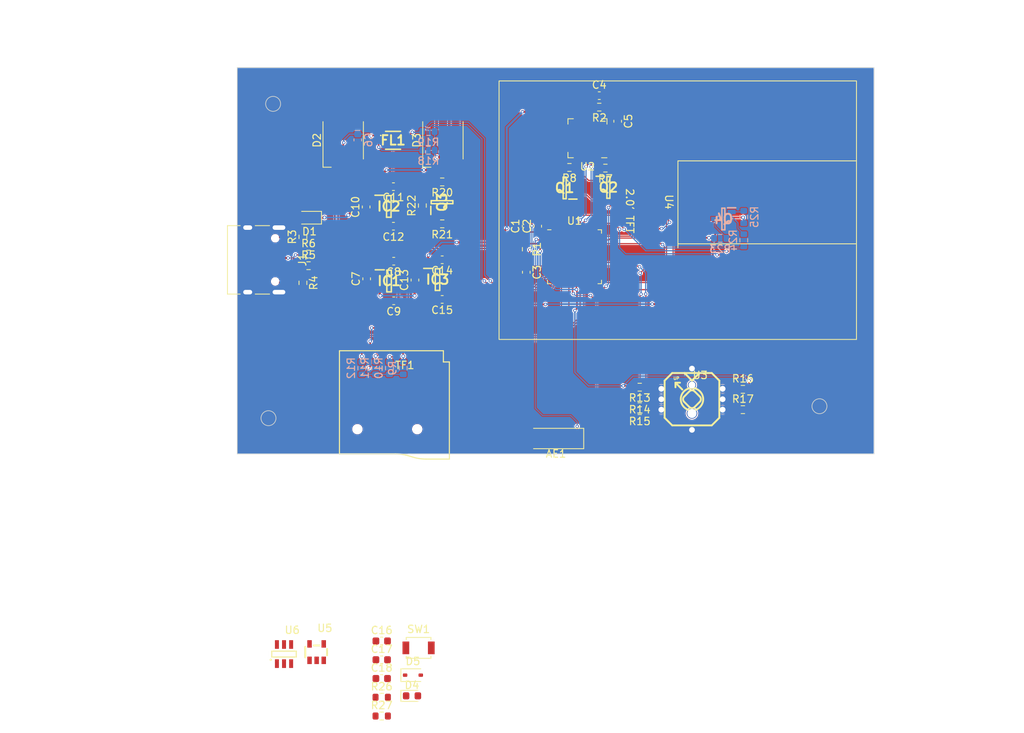
<source format=kicad_pcb>
(kicad_pcb (version 20221018) (generator pcbnew)
  (layers (0 "F.Cu" signal) (31 "B.Cu" signal) (34 "B.Paste" user) (35 "F.Paste" user) (36 "B.SilkS" user "B.Silkscreen") (37 "F.SilkS" user "F.Silkscreen") (38 "B.Mask" user) (39 "F.Mask" user) (44 "Edge.Cuts" user))
  (net 0 "")
  (net 1 "+5V")
  (net 2 "Net-(D1-A)")
  (net 3 "Net-(Q1-B)")
  (net 4 "/RTS")
  (net 5 "/EN")
  (net 6 "Net-(Q2-B)")
  (net 7 "/DTR")
  (net 10 "/LCD_VCC")
  (net 11 "Net-(IC3-BYPASS)")
  (net 14 "/GPIO_0")
  (net 16 "Net-(Q4-B)")
  (net 18 "Net-(Q4-C)")
  (net 19 "Net-(J1-CC1)")
  (net 20 "Net-(J1-CC2)")
  (net 22 "/SD_CS")
  (net 28 "+3.3V")
  (net 31 "/SD_CLK")
  (net 32 "/SD_MISO")
  (net 33 "/SD_MOSI")
  (net 34 "Net-(AE1-A)")
  (net 35 "/SENSOR_VP")
  (net 36 "/SENSOR_CAPP")
  (net 37 "/SENSOR_CAPN")
  (net 38 "/SENSOR_VM")
  (net 39 "Net-(J1-D--PadA7)")
  (net 40 "/U0RXD")
  (net 41 "/U0TXD")
  (net 44 "GND")
  (net 45 "/USB_DP")
  (net 46 "/USB_DN")
  (net 48 "Net-(U2-~{RST})")
  (net 64 "/SENSOR_SCL")
  (net 66 "/SENSOR_INT")
  (net 67 "/SENSOR_SDA")
  (net 68 "Net-(Q3-B)")
  (net 69 "Net-(Q3-C)")
  (net 70 "/FLASH_CS")
  (net 71 "/FLASH_SD0")
  (net 72 "/FLASH_SD2")
  (net 73 "/FLASH_CLK")
  (net 74 "/FLASH_SD3")
  (net 75 "/FLASH_SD1")
  (net 76 "/KEY_E")
  (net 77 "/KEY_L")
  (net 78 "/KEY_D")
  (net 79 "/KEY_U")
  (net 80 "/KEY_R")
  (net 81 "Net-(IC1-BYPASS)")
  (net 82 "Net-(IC2-BYPASS)")
  (net 83 "Net-(J1-D+-PadA6)")
  (net 84 "Net-(D2-K)")
  (net 85 "/SENSOR_LED")
  (net 86 "Net-(U4-LED_K)")
  (net 87 "/LCD_BLK")
  (net 88 "/LCD_DC")
  (net 89 "/LCD_RES")
  (net 90 "/LCD_CLK")
  (net 91 "/LCD_MOSI")
  (net 92 "/LCD_TE")
  (net 95 "/SENSOR_VCC")
  (net 96 "/BAT_OUT")
  (net 97 "/BAT+")
  (net 98 "Net-(D4-K)")
  (net 99 "Net-(D4-A)")
  (net 100 "Net-(D5-A)")
  (net 101 "Net-(U5-PROG)")
  (footprint "Capacitor_SMD:C_0603_1608Metric" (layer "F.Cu") (at 124.46 42.3 180)
    (fp_text reference "C11")
    (fp_text value "1uF")
  )
  (footprint "Resistor_SMD:R_0603_1608Metric" (layer "F.Cu") (at 157.4 69.14 180)
    (fp_text reference "R13")
    (fp_text value "10K")
  )
  (footprint "Resistor_SMD:R_0603_1608Metric" (layer "F.Cu") (at 130.985 47.28 180)
    (fp_text reference "R21")
    (fp_text value "1K")
  )
  (footprint "Resistor_SMD:R_0603_1608Metric" (layer "F.Cu") (at 171.2 69.43)
    (fp_text reference "R16")
    (fp_text value "10K")
  )
  (footprint "Library:SOT95P240X115-3N" (layer "F.Cu") (at 130.96 44.38 90)
    (fp_text reference "Q3")
    (fp_text value "S8050" hide)
  )
  (footprint "Resistor_SMD:R_0603_1608Metric" (layer "F.Cu") (at 113.105 51.33)
    (fp_text reference "R6")
    (fp_text value "22R")
  )
  (footprint "Capacitor_SMD:C_0603_1608Metric" (layer "F.Cu") (at 143.76 47.595 90)
    (fp_text reference "C2")
    (fp_text value "10uF")
  )
  (footprint "Capacitor_SMD:C_0603_1608Metric" (layer "F.Cu") (at 154.45 33.545 -90)
    (fp_text reference "C5")
    (fp_text value "0.1uF")
  )
  (footprint "Capacitor_SMD:C_0603_1608Metric" (layer "F.Cu") (at 130.98 57.39 180)
    (fp_text reference "C15")
    (fp_text value "0.01uF")
  )
  (footprint "Capacitor_SMD:C_0603_1608Metric" (layer "F.Cu") (at 151.99 30.12)
    (fp_text reference "C4")
    (fp_text value "0.1uF")
  )
  (footprint "Capacitor_SMD:C_0603_1608Metric" (layer "F.Cu") (at 120.88 54.64 90)
    (fp_text reference "C7")
    (fp_text value "1uF")
  )
  (footprint "Resistor_SMD:R_0603_1608Metric" (layer "F.Cu") (at 171.2 72.15)
    (fp_text reference "R17")
    (fp_text value "10K")
  )
  (footprint "Diode_SMD:D_SOD-323" (layer "F.Cu") (at 127.0675 107.68)
    (fp_text reference "D5")
    (fp_text value "1N5819WS")
  )
  (footprint "Capacitor_SMD:C_0603_1608Metric" (layer "F.Cu") (at 124.46 47.6 180)
    (fp_text reference "C12")
    (fp_text value "0.01uF")
  )
  (footprint "Diode_SMD:D_SOD-323" (layer "F.Cu") (at 113.23 46.46 180)
    (fp_text reference "D1")
    (fp_text value "1N4148WS")
  )
  (footprint "MyLib:ZJY200K-IF05" (layer "F.Cu") (at 160.89 45.45 -90)
    (fp_text reference "U4")
    (fp_text value "~")
  )
  (footprint "Resistor_SMD:R_0603_1608Metric" (layer "F.Cu") (at 152.81 39.82 180)
    (fp_text reference "R7")
    (fp_text value "12K")
  )
  (footprint "Resistor_SMD:R_0603_1608Metric" (layer "F.Cu") (at 122.8925 110.64)
    (fp_text reference "R26")
    (fp_text value "10K")
  )
  (footprint "Library:TCS34725" (layer "F.Cu") (at 124.41 36.1)
    (fp_text reference "FL1")
    (fp_text value "TCS34725" hide)
  )
  (footprint "Resistor_SMD:R_0603_1608Metric" (layer "F.Cu") (at 128.33 44.83 90)
    (fp_text reference "R22")
    (fp_text value "10K")
  )
  (footprint "kicad_lceda:SOT-23-5_L2.9-W1.6-P0.95-LS2.8-BL" (layer "F.Cu") (at 114.19 104.6)
    (fp_text reference "U5")
    (fp_text value "TP4055-42-SOT25-R")
  )
  (footprint "Resistor_SMD:R_0603_1608Metric" (layer "F.Cu") (at 130.985 41.67 180)
    (fp_text reference "R20")
    (fp_text value "1K")
  )
  (footprint "Library:SOT95P280X145-5N" (layer "F.Cu") (at 123.88 54.93)
    (fp_text reference "IC1")
    (fp_text value "LP2992IM5-3.3" hide)
  )
  (footprint "RF_Antenna:Johanson_2450AT43F0100" (layer "F.Cu") (at 146.2 76.01 180)
    (fp_text reference "AE1")
    (fp_text value "Antenna_Shield")
  )
  (footprint "Capacitor_SMD:C_0603_1608Metric" (layer "F.Cu") (at 122.8925 105.62)
    (fp_text reference "C17")
    (fp_text value "1uF")
  )
  (footprint "Resistor_SMD:R_0603_1608Metric" (layer "F.Cu") (at 112.355 49.025 90)
    (fp_text reference "R3")
    (fp_text value "5K1")
  )
  (footprint "Capacitor_SMD:C_0603_1608Metric" (layer "F.Cu") (at 142.23 53.755 -90)
    (fp_text reference "C3")
    (fp_text value "0.1uF")
  )
  (footprint "Resistor_SMD:R_0603_1608Metric" (layer "F.Cu") (at 142.23 50.675 -90)
    (fp_text reference "R1")
    (fp_text value "10K")
  )
  (footprint "kicad_lceda:五向开关" (layer "F.Cu") (at 164.39 70.75)
    (fp_text reference "U3")
    (fp_text value "五向开关")
  )
  (footprint "LED_SMD:LED_RGB_5050-6" (layer "F.Cu") (at 117.74 36.1 90)
    (fp_text reference "D2")
    (fp_text value "LED")
  )
  (footprint "kicad_lceda:EC190707_STD" (layer "F.Cu") (at 109.827 104.86)
    (fp_text reference "U6")
    (fp_text value "EC190707")
  )
  (footprint "Capacitor_SMD:C_0603_1608Metric" (layer "F.Cu") (at 124.5 57.58 180)
    (fp_text reference "C9")
    (fp_text value "0.01uF")
  )
  (footprint "LED_SMD:LED_0603_1608Metric" (layer "F.Cu") (at 126.9425 110.45)
    (fp_text reference "D4")
    (fp_text value "LED")
  )
  (footprint "Resistor_SMD:R_0603_1608Metric" (layer "F.Cu") (at 157.4 72.28 180)
    (fp_text reference "R15")
    (fp_text value "10K")
  )
  (footprint "Resistor_SMD:R_0603_1608Metric" (layer "F.Cu") (at 122.8925 113.15)
    (fp_text reference "R27")
    (fp_text value "1.66K")
  )
  (footprint "Resistor_SMD:R_0603_1608Metric" (layer "F.Cu") (at 148 39.73 180)
    (fp_text reference "R8")
    (fp_text value "12K")
  )
  (footprint "kicad_lceda:TF卡槽" (layer "F.Cu") (at 124.5925 69.4125)
    (fp_text reference "TF1")
    (fp_text value "TF卡槽")
  )
  (footprint "Resistor_SMD:R_0603_1608Metric" (layer "F.Cu") (at 151.99 31.66 180)
    (fp_text reference "R2")
    (fp_text value "10K")
  )
  (footprint "Capacitor_SMD:C_0603_1608Metric" (layer "F.Cu") (at 124.5 52.28 180)
    (fp_text reference "C8")
    (fp_text value "1uF")
  )
  (footprint "LED_SMD:LED_RGB_5050-6" (layer "F.Cu") (at 131.08 36.1 90)
    (fp_text reference "D3")
    (fp_text value "LED")
  )
  (footprint "Capacitor_SMD:C_0603_1608Metric" (layer "F.Cu") (at 122.8925 103.11)
    (fp_text reference "C16")
    (fp_text value "10uF")
  )
  (footprint "Capacitor_SMD:C_0603_1608Metric" (layer "F.Cu") (at 127.34 54.8 90)
    (fp_text reference "C13")
    (fp_text value "1uF")
  )
  (footprint "Resistor_SMD:R_0603_1608Metric" (layer "F.Cu") (at 113.105 52.88)
    (fp_text reference "R5")
    (fp_text value "22R")
  )
  (footprint "Capacitor_SMD:C_0603_1608Metric" (layer "F.Cu") (at 120.81 45.02 90)
    (fp_text reference "C10")
    (fp_text value "1uF")
  )
  (footprint "Library:SOT95P280X145-5N" (layer "F.Cu") (at 130.36 54.74)
    (fp_text reference "IC3")
    (fp_text value "LP2992IM5-3.3" hide)
  )
  (footprint "Package_DFN_QFN:QFN-28-1EP_5x5mm_P0.5mm_EP3.35x3.35mm" (layer "F.Cu") (at 150.41 35.82 180)
    (fp_text reference "U2")
    (fp_text value "CP2102N-Axx-xQFN28")
  )
  (footprint "Library:SOT95P280X145-5N" (layer "F.Cu") (at 123.84 44.95)
    (fp_text reference "IC2")
    (fp_text value "LP2992IM5-3.3" hide)
  )
  (footprint "Capacitor_SMD:C_0603_1608Metric" (layer "F.Cu") (at 142.21 47.585 90)
    (fp_text reference "C1")
    (fp_text value "0.1uF")
  )
  (footprint "Library:SOT95P240X115-3N" (layer "F.Cu") (at 147.36 42.47 180)
    (fp_text reference "Q1")
    (fp_text value "S8050" hide)
  )
  (footprint "Button_Switch_SMD:SW_SPST_B3U-1000P" (layer "F.Cu") (at 127.8225 104.03)
    (fp_text reference "SW1")
    (fp_text value "Power")
  )
  (footprint "Connector_USB:USB_C_Receptacle_XKB_U262-16XN-4BVC11" (layer "F.Cu") (at 106.045 52.1 -90)
    (fp_text reference "J1")
    (fp_text value "USB_C_Receptacle")
  )
  (footprint "Package_DFN_QFN:QFN-48-1EP_7x7mm_P0.5mm_EP5.3x5.3mm" (layer "F.Cu") (at 148.68 51.68)
    (fp_text reference "U1")
    (fp_text value "ESP32-PICO-D4")
  )
  (footprint "Resistor_SMD:R_0603_1608Metric" (layer "F.Cu") (at 112.355 55.175 -90)
    (fp_text reference "R4")
    (fp_text value "5K1")
  )
  (footprint "Capacitor_SMD:C_0603_1608Metric" (layer "F.Cu") (at 122.8925 108.13)
    (fp_text reference "C18")
    (fp_text value "10uF")
  )
  (footprint "Library:SOT95P240X115-3N" (layer "F.Cu") (at 153.21 42.41)
    (fp_text reference "Q2")
    (fp_text value "S8050" hide)
  )
  (footprint "Resistor_SMD:R_0603_1608Metric" (layer "F.Cu") (at 157.4 70.71 180)
    (fp_text reference "R14")
    (fp_text value "10K")
  )
  (footprint "Capacitor_SMD:C_0603_1608Metric" (layer "F.Cu") (at 130.98 52.09 180)
    (fp_text reference "C14")
    (fp_text value "1uF")
  )
  (footprint "Resistor_SMD:R_0603_1608Metric" (layer "B.Cu") (at 129.14 37.43)
    (fp_text reference "R18")
    (fp_text value "4K7")
  )
  (footprint "Resistor_SMD:R_0603_1608Metric" (layer "B.Cu") (at 129.14 34.92)
    (fp_text reference "R19")
    (fp_text value "4K7")
  )
  (footprint "Resistor_SMD:R_0603_1608Metric" (layer "B.Cu") (at 123.923332 66.585 -90)
    (fp_text reference "R10")
    (fp_text value "10K")
  )
  (footprint "Library:SOT95P240X115-3N" (layer "B.Cu") (at 168.59 46.63 180)
    (fp_text reference "Q4")
    (fp_text value "S8050" hide)
  )
  (footprint "Resistor_SMD:R_0603_1608Metric" (layer "B.Cu") (at 171.32 49.48 -90)
    (fp_text reference "R24")
    (fp_text value "10K")
  )
  (footprint "Resistor_SMD:R_0603_1608Metric" (layer "B.Cu") (at 122.076666 66.575 -90)
    (fp_text reference "R11")
    (fp_text value "10K")
  )
  (footprint "Resistor_SMD:R_0603_1608Metric" (layer "B.Cu") (at 171.32 46.36 90)
    (fp_text reference "R25")
    (fp_text value "10K")
  )
  (footprint "Capacitor_SMD:C_0603_1608Metric" (layer "B.Cu") (at 119.69 36.045 90)
    (fp_text reference "C6")
    (fp_text value "0.1uF")
  )
  (footprint "Resistor_SMD:R_0603_1608Metric" (layer "B.Cu") (at 168.17 49.22)
    (fp_text reference "R23")
    (fp_text value "10R")
  )
  (footprint "Resistor_SMD:R_0603_1608Metric" (layer "B.Cu") (at 120.23 66.59 -90)
    (fp_text reference "R12")
    (fp_text value "10K")
  )
  (footprint "Resistor_SMD:R_0603_1608Metric" (layer "B.Cu") (at 125.77 66.585 -90)
    (fp_text reference "R9")
    (fp_text value "10K")
  )
  (gr_circle (center 181.44 71.69) (end 182.44 71.69) (stroke (width 0.1)) (fill none) (layer "Edge.Cuts"))
  (gr_circle (center 107.75 73.29) (end 108.75 73.29) (stroke (width 0.1)) (fill none) (layer "Edge.Cuts"))
  (gr_circle (center 108.37 31.22) (end 109.37 31.22) (stroke (width 0.1)) (fill none) (layer "Edge.Cuts"))
  (gr_rect (start 103.57 26.37) (end 188.74 78.07) (stroke (width 0.1)) (fill none) (layer "Edge.Cuts"))
  (segment (start 123.04 44) (end 123.44 44.4) (width 0.3) (layer "F.Cu") (net 1))
  (segment (start 120.81 47.25) (end 119.35 48.71) (width 0.3) (layer "F.Cu") (net 1))
  (segment (start 119.35 54.66) (end 120.105 55.415) (width 0.3) (layer "F.Cu") (net 1))
  (segment (start 121.345 55.88) (end 122.63 55.88) (width 0.3) (layer "F.Cu") (net 1))
  (segment (start 129.11 51.54) (end 129.16 51.49) (width 0.3) (layer "F.Cu") (net 1))
  (segment (start 123.48 54.38) (end 123.48 55.48) (width 0.3) (layer "F.Cu") (net 1))
  (segment (start 123.08 53.98) (end 123.48 54.38) (width 0.3) (layer "F.Cu") (net 1))
  (segment (start 127.29 56.9) (end 127.29 55.625) (width 0.3) (layer "F.Cu") (net 1))
  (segment (start 120.105 55.415) (end 120.88 55.415) (width 0.3) (layer "F.Cu") (net 1))
  (segment (start 150.065 30.845) (end 152.72 30.845) (width 0.3) (layer "F.Cu") (net 1))
  (segment (start 137.75 49.77) (end 139.62 47.9) (width 0.3) (layer "F.Cu") (net 1))
  (segment (start 127.455 55.69) (end 127.34 55.575) (width 0.3) (layer "F.Cu") (net 1))
  (segment (start 123.44 44.4) (end 123.44 45.5) (width 0.3) (layer "F.Cu") (net 1))
  (segment (start 141.72 32.28) (end 148.63 32.28) (width 0.3) (layer "F.Cu") (net 1))
  (segment (start 123.08 55.88) (end 122.63 55.88) (width 0.3) (layer "F.Cu") (net 1))
  (segment (start 152.765 30.12) (end 152.765 30.89) (width 0.15) (layer "F.Cu") (net 1))
  (segment (start 148.63 32.28) (end 150.065 30.845) (width 0.3) (layer "F.Cu") (net 1))
  (segment (start 119.35 48.71) (end 119.35 54.66) (width 0.3) (layer "F.Cu") (net 1))
  (segment (start 152.815 31.785) (end 151.91 32.69) (width 0.15) (layer "F.Cu") (net 1))
  (segment (start 129.56 53.79) (end 129.96 54.19) (width 0.3) (layer "F.Cu") (net 1))
  (segment (start 127.29 55.625) (end 127.34 55.575) (width 0.3) (layer "F.Cu") (net 1))
  (segment (start 152.86 34.32) (end 154.45 34.32) (width 0.15) (layer "F.Cu") (net 1))
  (segment (start 152.815 32.685) (end 154.45 34.32) (width 0.15) (layer "F.Cu") (net 1))
  (segment (start 123.44 45.5) (end 123.04 45.9) (width 0.3) (layer "F.Cu") (net 1))
  (segment (start 129.96 54.19) (end 129.96 55.29) (width 0.3) (layer "F.Cu") (net 1))
  (segment (start 120.81 45.795) (end 120.81 47.25) (width 0.3) (layer "F.Cu") (net 1))
  (segment (start 120.685 45.81) (end 120.69 45.805) (width 0.3) (layer "F.Cu") (net 1))
  (segment (start 120.32 45.81) (end 120.685 45.81) (width 0.3) (layer "F.Cu") (net 1))
  (segment (start 118.72 45.81) (end 120.32 45.81) (width 0.3) (layer "F.Cu") (net 1))
  (segment (start 129.11 53.79) (end 129.56 53.79) (width 0.3) (layer "F.Cu") (net 1))
  (segment (start 122.485 45.795) (end 122.59 45.9) (width 0.3) (layer "F.Cu") (net 1))
  (segment (start 151.91 32.69) (end 151.91 33.37) (width 0.15) (layer "F.Cu") (net 1))
  (segment (start 123.48 55.48) (end 123.08 55.88) (width 0.3) (layer "F.Cu") (net 1))
  (segment (start 122.59 44) (end 123.04 44) (width 0.3) (layer "F.Cu") (net 1))
  (segment (start 120.32 45.81) (end 120.795 45.81) (width 0.3) (layer "F.Cu") (net 1))
  (segment (start 122.63 55.88) (end 122.63 56.8) (width 0.3) (layer "F.Cu") (net 1))
  (segment (start 122.63 56.8) (end 122.72 56.89) (width 0.3) (layer "F.Cu") (net 1))
  (segment (start 152.815 31.66) (end 152.815 32.685) (width 0.15) (layer "F.Cu") (net 1))
  (segment (start 152.765 30.89) (end 152.765 31.61) (width 0.15) (layer "F.Cu") (net 1))
  (segment (start 120.88 55.415) (end 121.345 55.88) (width 0.3) (layer "F.Cu") (net 1))
  (segment (start 132.92 49.77) (end 137.75 49.77) (width 0.3) (layer "F.Cu") (net 1))
  (segment (start 152.72 30.845) (end 152.765 30.89) (width 0.3) (layer "F.Cu") (net 1))
  (segment (start 120.81 45.795) (end 122.485 45.795) (width 0.3) (layer "F.Cu") (net 1))
  (segment (start 123.04 45.9) (end 122.59 45.9) (width 0.3) (layer "F.Cu") (net 1))
  (segment (start 120.795 45.81) (end 120.81 45.795) (width 0.3) (layer "F.Cu") (net 1))
  (segment (start 129.56 55.69) (end 129.11 55.69) (width 0.3) (layer "F.Cu") (net 1))
  (segment (start 129.11 55.69) (end 127.455 55.69) (width 0.3) (layer "F.Cu") (net 1))
  (segment (start 129.11 53.79) (end 129.11 51.54) (width 0.3) (layer "F.Cu") (net 1))
  (segment (start 114.28 46.46) (end 115.21 46.46) (width 0.3) (layer "F.Cu") (net 1))
  (segment (start 122.63 53.98) (end 123.08 53.98) (width 0.3) (layer "F.Cu") (net 1))
  (segment (start 152.765 31.61) (end 152.815 31.66) (width 0.15) (layer "F.Cu") (net 1))
  (segment (start 118.42 46.11) (end 118.72 45.81) (width 0.3) (layer "F.Cu") (net 1))
  (segment (start 115.21 46.46) (end 115.24 46.43) (width 0.3) (layer "F.Cu") (net 1))
  (segment (start 129.96 55.29) (end 129.56 55.69) (width 0.3) (layer "F.Cu") (net 1))
  (segment (start 152.815 31.66) (end 152.815 31.785) (width 0.15) (layer "F.Cu") (net 1))
  (via (at 127.29 56.9) (size 0.5) (drill 0.3) (layers "F.Cu" "B.Cu") (net 1))
  (via (at 129.16 51.49) (size 0.45) (drill 0.25) (layers "F.Cu" "B.Cu") (net 1))
  (via (at 132.92 49.77) (size 0.45) (drill 0.25) (layers "F.Cu" "B.Cu") (net 1))
  (via (at 141.72 32.28) (size 0.45) (drill 0.25) (layers "F.Cu" "B.Cu") (net 1))
  (via (at 122.72 56.89) (size 0.5) (drill 0.3) (layers "F.Cu" "B.Cu") (net 1))
  (via (at 115.24 46.43) (size 0.5) (drill 0.3) (layers "F.Cu" "B.Cu") (net 1))
  (via (at 139.62 47.9) (size 0.45) (drill 0.25) (layers "F.Cu" "B.Cu") (net 1))
  (via (at 118.42 46.11) (size 0.5) (drill 0.3) (layers "F.Cu" "B.Cu") (net 1))
  (segment (start 139.62 47.9) (end 139.62 34.38) (width 0.3) (layer "B.Cu") (net 1))
  (segment (start 115.24 46.43) (end 118.1 46.43) (width 0.3) (layer "B.Cu") (net 1))
  (segment (start 127.28 56.89) (end 127.29 56.9) (width 0.3) (layer "B.Cu") (net 1))
  (segment (start 118.1 46.43) (end 118.42 46.11) (width 0.3) (layer "B.Cu") (net 1))
  (segment (start 139.62 34.38) (end 141.72 32.28) (width 0.3) (layer "B.Cu") (net 1))
  (segment (start 130.88 49.77) (end 132.92 49.77) (width 0.3) (layer "B.Cu") (net 1))
  (segment (start 122.72 56.89) (end 127.28 56.89) (width 0.3) (layer "B.Cu") (net 1))
  (segment (start 129.16 51.49) (end 130.88 49.77) (width 0.3) (layer "B.Cu") (net 1))
  (segment (start 108.525 54.265) (end 108.950305 54.265) (width 0.3) (layer "F.Cu") (net 2))
  (segment (start 109.715 49.55) (end 110.59 49.55) (width 0.3) (layer "F.Cu") (net 2))
  (segment (start 108.03 53.77) (end 108.525 54.265) (width 0.3) (layer "F.Cu") (net 2))
  (segment (start 109.035305 49.85) (end 108.950305 49.935) (width 0.3) (layer "F.Cu") (net 2))
  (segment (start 109.715 49.85) (end 109.715 49.55) (width 0.3) (layer "F.Cu") (net 2))
  (segment (start 108.950305 49.935) (end 108.48 49.935) (width 0.3) (layer "F.Cu") (net 2))
  (segment (start 110.59 49.55) (end 110.93 49.21) (width 0.3) (layer "F.Cu") (net 2))
  (segment (start 109.035305 54.35) (end 109.715 54.35) (width 0.3) (layer "F.Cu") (net 2))
  (segment (start 111.34 46.46) (end 112.18 46.46) (width 0.3) (layer "F.Cu") (net 2))
  (segment (start 110.93 49.21) (end 110.93 46.87) (width 0.3) (layer "F.Cu") (net 2))
  (segment (start 108.48 49.935) (end 108.03 50.385) (width 0.3) (layer "F.Cu") (net 2))
  (segment (start 110.93 46.87) (end 111.34 46.46) (width 0.3) (layer "F.Cu") (net 2))
  (segment (start 108.950305 54.265) (end 109.035305 54.35) (width 0.3) (layer "F.Cu") (net 2))
  (segment (start 108.03 50.385) (end 108.03 53.77) (width 0.3) (layer "F.Cu") (net 2))
  (segment (start 109.715 49.85) (end 109.035305 49.85) (width 0.3) (layer "F.Cu") (net 2))
  (segment (start 150.31 43.42) (end 150.99 44.1) (width 0.15) (layer "F.Cu") (net 3))
  (segment (start 148.46 43.42) (end 150.31 43.42) (width 0.15) (layer "F.Cu") (net 3))
  (segment (start 153.36 43.77) (end 153.36 40.095) (width 0.15) (layer "F.Cu") (net 3))
  (segment (start 153.03 44.1) (end 153.36 43.77) (width 0.15) (layer "F.Cu") (net 3))
  (segment (start 150.99 44.1) (end 153.03 44.1) (width 0.15) (layer "F.Cu") (net 3))
  (segment (start 153.36 40.095) (end 153.635 39.82) (width 0.15) (layer "F.Cu") (net 3))
  (segment (start 147.915 38.99) (end 149.67 38.99) (width 0.15) (layer "F.Cu") (net 4))
  (segment (start 147.66 41.52) (end 148.46 41.52) (width 0.15) (layer "F.Cu") (net 4))
  (segment (start 147.175 41.035) (end 147.66 41.52) (width 0.15) (layer "F.Cu") (net 4))
  (segment (start 149.67 38.99) (end 149.91 38.75) (width 0.15) (layer "F.Cu") (net 4))
  (segment (start 147.175 39.73) (end 147.175 41.035) (width 0.15) (layer "F.Cu") (net 4))
  (segment (start 149.91 38.75) (end 149.91 38.27) (width 0.15) (layer "F.Cu") (net 4))
  (segment (start 147.175 39.73) (end 147.915 38.99) (width 0.15) (layer "F.Cu") (net 4))
  (segment (start 143.65 42.47) (end 142.98 43.14) (width 0.15) (layer "F.Cu") (net 5))
  (segment (start 142.7 51.03) (end 142.23 51.5) (width 0.15) (layer "F.Cu") (net 5))
  (segment (start 142.23 51.5) (end 142.23 52.98) (width 0.15) (layer "F.Cu") (net 5))
  (segment (start 142.98 43.14) (end 142.98 47.55) (width 0.15) (layer "F.Cu") (net 5))
  (segment (start 142.7 50.75) (end 142.7 51.03) (width 0.15) (layer "F.Cu") (net 5))
  (segment (start 145.23 52.93) (end 142.28 52.93) (width 0.15) (layer "F.Cu") (net 5))
  (segment (start 142.28 52.93) (end 142.23 52.98) (width 0.15) (layer "F.Cu") (net 5))
  (segment (start 146.26 42.47) (end 143.65 42.47) (width 0.15) (layer "F.Cu") (net 5))
  (via (at 142.7 50.75) (size 0.45) (drill 0.25) (layers "F.Cu" "B.Cu") (net 5))
  (via (at 142.98 47.55) (size 0.45) (drill 0.25) (layers "F.Cu" "B.Cu") (net 5))
  (segment (start 142.98 50.47) (end 142.7 50.75) (width 0.15) (layer "B.Cu") (net 5))
  (segment (start 142.98 47.55) (end 142.98 50.47) (width 0.15) (layer "B.Cu") (net 5))
  (segment (start 150.555 41.46) (end 152.11 41.46) (width 0.15) (layer "F.Cu") (net 6))
  (segment (start 148.825 39.73) (end 150.555 41.46) (width 0.15) (layer "F.Cu") (net 6))
  (segment (start 152.98 42.49) (end 152.98 40.815) (width 0.15) (layer "F.Cu") (net 7))
  (segment (start 152.11 43.36) (end 152.98 42.49) (width 0.15) (layer "F.Cu") (net 7))
  (segment (start 152.98 40.815) (end 151.985 39.82) (width 0.15) (layer "F.Cu") (net 7))
  (segment (start 151.91 39.745) (end 151.985 39.82) (width 0.15) (layer "F.Cu") (net 7))
  (segment (start 151.91 38.27) (end 151.91 39.745) (width 0.15) (layer "F.Cu") (net 7))
  (segment (start 133.94 55.74) (end 133.94 53.98) (width 0.25) (layer "F.Cu") (net 10))
  (segment (start 167.16 49.65) (end 167.16 53.98) (width 0.25) (layer "F.Cu") (net 10))
  (segment (start 144.79 58.06) (end 136.26 58.06) (width 0.25) (layer "F.Cu") (net 10))
  (segment (start 167.16 53.98) (end 165.54 55.6) (width 0.25) (layer "F.Cu") (net 10))
  (segment (start 131.61 52.235) (end 131.755 52.09) (width 0.2) (layer "F.Cu") (net 10))
  (segment (start 166.85 48.15) (end 164.51 48.15) (width 0.25) (layer "F.Cu") (net 10))
  (segment (start 133.75 53.79) (end 131.61 53.79) (width 0.25) (layer "F.Cu") (net 10))
  (segment (start 167.07 47.93) (end 166.85 48.15) (width 0.25) (layer "F.Cu") (net 10))
  (segment (start 167.5 49.31) (end 167.16 49.65) (width 0.25) (layer "F.Cu") (net 10))
  (segment (start 165.54 55.6) (end 164.59 56.55) (width 0.25) (layer "F.Cu") (net 10))
  (segment (start 167.16 49.65) (end 164.51 49.65) (width 0.25) (layer "F.Cu") (net 10))
  (segment (start 160.57 57.53) (end 160.08 58.02) (width 0.25) (layer "F.Cu") (net 10))
  (segment (start 167.07 47.93) (end 167.08 47.93) (width 0.25) (layer "F.Cu") (net 10))
  (segment (start 167.08 47.93) (end 167.5 48.35) (width 0.25) (layer "F.Cu") (net 10))
  (segment (start 131.61 53.79) (end 131.61 52.235) (width 0.2) (layer "F.Cu") (net 10))
  (segment (start 160.08 58.02) (end 159.07 58.02) (width 0.25) (layer "F.Cu") (net 10))
  (segment (start 164.59 56.55) (end 161.55 56.55) (width 0.25) (layer "F.Cu") (net 10))
  (segment (start 161.55 56.55) (end 160.57 57.53) (width 0.25) (layer "F.Cu") (net 10))
  (segment (start 164.51 48.65) (end 164.51 48.15) (width 0.25) (layer "F.Cu") (net 10))
  (segment (start 167.5 48.35) (end 167.5 49.31) (width 0.25) (layer "F.Cu") (net 10))
  (segment (start 133.94 53.98) (end 133.75 53.79) (width 0.25) (layer "F.Cu") (net 10))
  (segment (start 167.07 47.15) (end 167.07 47.93) (width 0.25) (layer "F.Cu") (net 10))
  (segment (start 167.79 46.43) (end 167.07 47.15) (width 0.25) (layer "F.Cu") (net 10))
  (segment (start 167.07 47.15) (end 164.51 47.15) (width 0.25) (layer "F.Cu") (net 10))
  (segment (start 171.23 46.43) (end 167.79 46.43) (width 0.25) (layer "F.Cu") (net 10))
  (segment (start 136.26 58.06) (end 133.94 55.74) (width 0.25) (layer "F.Cu") (net 10))
  (via (at 159.07 58.02) (size 0.45) (drill 0.25) (layers "F.Cu" "B.Cu") (net 10))
  (via (at 144.79 58.06) (size 0.45) (drill 0.25) (layers "F.Cu" "B.Cu") (net 10))
  (via (at 171.23 46.43) (size 0.5) (drill 0.3) (layers "F.Cu" "B.Cu") (net 10))
  (segment (start 171.32 47.185) (end 171.32 46.52) (width 0.25) (layer "B.Cu") (net 10))
  (segment (start 159.07 58.02) (end 144.83 58.02) (width 0.25) (layer "B.Cu") (net 10))
  (segment (start 171.32 46.52) (end 171.23 46.43) (width 0.25) (layer "B.Cu") (net 10))
  (segment (start 144.83 58.02) (end 144.79 58.06) (width 0.25) (layer "B.Cu") (net 10))
  (segment (start 131.61 57.245) (end 131.755 57.39) (width 0.3) (layer "F.Cu") (net 11))
  (segment (start 131.61 55.69) (end 131.61 57.245) (width 0.3) (layer "F.Cu") (net 11))
  (segment (start 154.31 44.01) (end 154.31 42.41) (width 0.15) (layer "F.Cu") (net 14))
  (segment (start 150.93 55.74) (end 150.96 55.77) (width 0.15) (layer "F.Cu") (net 14))
  (segment (start 151.98 55.84) (end 152.69 55.84) (width 0.15) (layer "F.Cu") (net 14))
  (segment (start 153.23 45.09) (end 154.31 44.01) (width 0.15) (layer "F.Cu") (net 14))
  (segment (start 150.93 55.13) (end 150.93 55.74) (width 0.15) (layer "F.Cu") (net 14))
  (segment (start 152.69 55.84) (end 152.9 55.63) (width 0.15) (layer "F.Cu") (net 14))
  (segment (start 151.03 55.84) (end 151.98 55.84) (width 0.15) (layer "F.Cu") (net 14))
  (segment (start 150.96 55.77) (end 151.03 55.84) (width 0.15) (layer "F.Cu") (net 14))
  (via (at 152.9 55.63) (size 0.45) (drill 0.25) (layers "F.Cu" "B.Cu") (net 14))
  (via (at 153.23 45.09) (size 0.45) (drill 0.25) (layers "F.Cu" "B.Cu") (net 14))
  (segment (start 153.23 55.3) (end 153.23 45.09) (width 0.15) (layer "B.Cu") (net 14))
  (segment (start 152.9 55.63) (end 153.23 55.3) (width 0.15) (layer "B.Cu") (net 14))
  (segment (start 169.69 45.68) (end 171.175 45.68) (width 0.15) (layer "B.Cu") (net 16))
  (segment (start 170.54 47.14) (end 169.69 46.29) (width 0.15) (layer "B.Cu") (net 16))
  (segment (start 170.54 47.875) (end 170.54 47.14) (width 0.15) (layer "B.Cu") (net 16))
  (segment (start 171.175 45.68) (end 171.32 45.535) (width 0.15) (layer "B.Cu") (net 16))
  (segment (start 171.32 48.655) (end 170.54 47.875) (width 0.15) (layer "B.Cu") (net 16))
  (segment (start 169.69 46.29) (end 169.69 45.68) (width 0.15) (layer "B.Cu") (net 16))
  (segment (start 168.995 49.135) (end 168.995 49.22) (width 0.15) (layer "B.Cu") (net 18))
  (segment (start 167.49 47.63) (end 168.995 49.135) (width 0.15) (layer "B.Cu") (net 18))
  (segment (start 167.49 46.63) (end 167.49 47.63) (width 0.15) (layer "B.Cu") (net 18))
  (segment (start 109.715 50.85) (end 111.355 50.85) (width 0.15) (layer "F.Cu") (net 19))
  (segment (start 111.355 50.85) (end 112.355 49.85) (width 0.15) (layer "F.Cu") (net 19))
  (segment (start 111.855 53.85) (end 112.355 54.35) (width 0.15) (layer "F.Cu") (net 20))
  (segment (start 109.715 53.85) (end 111.855 53.85) (width 0.15) (layer "F.Cu") (net 20))
  (segment (start 149.93 55.13) (end 149.93 59.52) (width 0.15) (layer "F.Cu") (net 22))
  (segment (start 125.7425 63.4475) (end 125.7425 64.0625) (width 0.15) (layer "F.Cu") (net 22))
  (segment (start 146.5 62.95) (end 126.24 62.95) (width 0.15) (layer "F.Cu") (net 22))
  (segment (start 125.7425 64.0625) (end 125.7425 64.9525) (width 0.15) (layer "F.Cu") (net 22))
  (segment (start 126.24 62.95) (end 125.7425 63.4475) (width 0.15) (layer "F.Cu") (net 22))
  (segment (start 125.7425 64.9525) (end 125.78 64.99) (width 0.15) (layer "F.Cu") (net 22))
  (segment (start 149.93 59.52) (end 146.5 62.95) (width 0.15) (layer "F.Cu") (net 22))
  (via (at 125.78 64.99) (size 0.5) (drill 0.3) (layers "F.Cu" "B.Cu") (net 22))
  (segment (start 125.78 64.99) (end 125.78 65.75) (width 0.15) (layer "B.Cu") (net 22))
  (segment (start 125.78 65.75) (end 125.77 65.76) (width 0.15) (layer "B.Cu") (net 22))
  (segment (start 147.269124 48.805) (end 146.93 48.465876) (width 0.15) (layer "F.Cu") (net 28))
  (segment (start 151.43 48.23) (end 151.43 48.465876) (width 0.15) (layer "F.Cu") (net 28))
  (segment (start 124.64 61.21) (end 121.54 61.21) (width 0.2) (layer "F.Cu") (net 28))
  (segment (start 125.275 51.075) (end 125.78 50.57) (width 0.2) (layer "F.Cu") (net 28))
  (segment (start 172.025 72.15) (end 172.025 69.43) (width 0.2) (layer "F.Cu") (net 28))
  (segment (start 144.32 48.93) (end 143.76 48.37) (width 0.2) (layer "F.Cu") (net 28))
  (segment (start 148.41 48.805) (end 147.269124 48.805) (width 0.15) (layer "F.Cu") (net 28))
  (segment (start 145.23 50.43) (end 145.23 49.93) (width 0.2) (layer "F.Cu") (net 28))
  (segment (start 149.005 58.605) (end 148.73 58.88) (width 0.2) (layer "F.Cu") (net 28))
  (segment (start 125.275 52.28) (end 125.275 51.075) (width 0.2) (layer "F.Cu") (net 28))
  (segment (start 142.23 49.85) (end 142.23 48.38) (width 0.2) (layer "F.Cu") (net 28))
  (segment (start 142.22 48.37) (end 142.21 48.36) (width 0.2) (layer "F.Cu") (net 28))
  (segment (start 142.31 49.93) (end 142.23 49.85) (width 0.2) (layer "F.Cu") (net 28))
  (segment (start 145.94 48.85) (end 145.86 48.93) (width 0.15) (layer "F.Cu") (net 28))
  (segment (start 125.78 50.57) (end 140.49 50.57) (width 0.2) (layer "F.Cu") (net 28))
  (segment (start 156.575 72.28) (end 156.575 69.14) (width 0.2) (layer "F.Cu") (net 28))
  (segment (start 148.94 56.07) (end 149.005 56.135) (width 0.2) (layer "F.Cu") (net 28))
  (segment (start 148.43 48.23) (end 148.43 48.785) (width 0.15) (layer "F.Cu") (net 28))
  (segment (start 121.3425 66.3575) (end 121.15 66.55) (width 0.2) (layer "F.Cu") (net 28))
  (segment (start 121.35 64.055) (end 121.3425 64.0625) (width 0.2) (layer "F.Cu") (net 28))
  (segment (start 151.090876 48.805) (end 148.41 48.805) (width 0.15) (layer "F.Cu") (net 28))
  (segment (start 148.43 48.785) (end 148.41 48.805) (width 0.15) (layer "F.Cu") (net 28))
  (segment (start 148.93 56.06) (end 148.94 56.07) (width 0.2) (layer "F.Cu") (net 28))
  (segment (start 146.93 48.465876) (end 146.545876 48.85) (width 0.15) (layer "F.Cu") (net 28))
  (segment (start 146.545876 48.85) (end 145.94 48.85) (width 0.15) (layer "F.Cu") (net 28))
  (segment (start 142.23 48.38) (end 142.21 48.36) (width 0.2) (layer "F.Cu") (net 28))
  (segment (start 144.13 49.93) (end 142.31 49.93) (width 0.2) (layer "F.Cu") (net 28))
  (segment (start 149.005 56.135) (end 149.005 58.605) (width 0.2) (layer "F.Cu") (net 28))
  (segment (start 125.13 52.425) (end 125.275 52.28) (width 0.2) (layer "F.Cu") (net 28))
  (segment (start 140.49 50.57) (end 141.21 49.85) (width 0.2) (layer "F.Cu") (net 28))
  (segment (start 144.08 49.98) (end 144.13 49.93) (width 0.2) (layer "F.Cu") (net 28))
  (segment (start 125.64 60.21) (end 124.64 61.21) (width 0.2) (layer "F.Cu") (net 28))
  (segment (start 145.23 49.93) (end 144.13 49.93) (width 0.2) (layer "F.Cu") (net 28))
  (segment (start 126.43 55.28) (end 126.43 57.7) (width 0.2) (layer "F.Cu") (net 28))
  (segment (start 145.23 48.93) (end 144.32 48.93) (width 0.2) (layer "F.Cu") (net 28))
  (segment (start 141.21 49.85) (end 142.23 49.85) (width 0.2) (layer "F.Cu") (net 28))
  (segment (start 125.13 53.98) (end 125.13 52.425) (width 0.2) (layer "F.Cu") (net 28))
  (segment (start 121.3425 64.0625) (end 121.3425 66.3575) (width 0.2) (layer "F.Cu") (net 28))
  (segment (start 145.86 48.93) (end 145.23 48.93) (width 0.15) (layer "F.Cu") (net 28))
  (segment (start 143.76 48.37) (end 142.22 48.37) (width 0.2) (layer "F.Cu") (net 28))
  (segment (start 151.43 48.465876) (end 151.090876 48.805) (width 0.15) (layer "F.Cu") (net 28))
  (segment (start 155.2 68.96) (end 156.395 68.96) (width 0.2) (layer "F.Cu") (net 28))
  (segment (start 172.03 69.425) (end 172.025 69.43) (width 0.2) (layer "F.Cu") (net 28))
  (segment (start 146.93 48.465876) (end 146.93 48.23) (width 0.15) (layer "F.Cu") (net 28))
  (segment (start 126.43 59.42) (end 125.64 60.21) (width 0.2) (layer "F.Cu") (net 28))
  (segment (start 148.93 55.13) (end 148.93 56.06) (width 0.2) (layer "F.Cu") (net 28))
  (segment (start 156.395 68.96) (end 156.575 69.14) (width 0.2) (layer "F.Cu") (net 28))
  (segment (start 126.43 57.7) (end 126.43 59.42) (width 0.2) (layer "F.Cu") (net 28))
  (segment (start 121.35 62.99) (end 121.35 64.055) (width 0.2) (layer "F.Cu") (net 28))
  (segment (start 125.13 53.98) (end 126.43 55.28) (width 0.2) (layer "F.Cu") (net 28))
  (segment (start 172.03 68.28) (end 172.03 69.425) (width 0.2) (layer "F.Cu") (net 28))
  (segment (start 144.08 50.94) (end 144.08 49.98) (width 0.2) (layer "F.Cu") (net 28))
  (via (at 172.03 68.28) (size 0.45) (drill 0.25) (layers "F.Cu" "B.Cu") (net 28))
  (via (at 121.15 66.55) (size 0.45) (drill 0.25) (layers "F.Cu" "B.Cu") (net 28))
  (via (at 144.08 50.94) (size 0.45) (drill 0.25) (layers "F.Cu" "B.Cu") (net 28))
  (via (at 121.54 61.21) (size 0.45) (drill 0.25) (layers "F.Cu" "B.Cu") (net 28))
  (via (at 148.73 58.88) (size 0.45) (drill 0.25) (layers "F.Cu" "B.Cu") (net 28))
  (via (at 121.35 62.99) (size 0.45) (drill 0.25) (layers "F.Cu" "B.Cu") (net 28))
  (via (at 148.94 56.07) (size 0.45) (drill 0.25) (layers "F.Cu" "B.Cu") (net 28))
  (via (at 155.2 68.96) (size 0.45) (drill 0.25) (layers "F.Cu" "B.Cu") (net 28))
  (segment (start 121.54 61.21) (end 121.54 62.8) (width 0.2) (layer "B.Cu") (net 28))
  (segment (start 148.73 58.88) (end 148.73 67.15) (width 0.2) (layer "B.Cu") (net 28))
  (segment (start 121.54 62.8) (end 121.35 62.99) (width 0.2) (layer "B.Cu") (net 28))
  (segment (start 155.2 68.96) (end 156.51 67.65) (width 0.2) (layer "B.Cu") (net 28))
  (segment (start 156.51 67.65) (end 158.09 67.65) (width 0.2) (layer "B.Cu") (net 28))
  (segment (start 146.17 56.06) (end 144.08 53.97) (width 0.2) (layer "B.Cu") (net 28))
  (segment (start 146.18 56.07) (end 146.17 56.06) (width 0.2) (layer "B.Cu") (net 28))
  (segment (start 144.08 53.97) (end 144.08 50.94) (width 0.2) (layer "B.Cu") (net 28))
  (segment (start 148.94 56.07) (end 146.18 56.07) (width 0.2) (layer "B.Cu") (net 28))
  (segment (start 121.095 66.55) (end 120.23 67.415) (width 0.2) (layer "B.Cu") (net 28))
  (segment (start 171.4 67.65) (end 172.03 68.28) (width 0.2) (layer "B.Cu") (net 28))
  (segment (start 125.77 67.41) (end 120.235 67.41) (width 0.2) (layer "B.Cu") (net 28))
  (segment (start 158.09 67.65) (end 171.4 67.65) (width 0.2) (layer "B.Cu") (net 28))
  (segment (start 150.54 68.96) (end 155.2 68.96) (width 0.2) (layer "B.Cu") (net 28))
  (segment (start 148.73 67.15) (end 149.53 67.95) (width 0.2) (layer "B.Cu") (net 28))
  (segment (start 120.235 67.41) (end 120.23 67.415) (width 0.2) (layer "B.Cu") (net 28))
  (segment (start 149.53 67.95) (end 150.54 68.96) (width 0.2) (layer "B.Cu") (net 28))
  (segment (start 121.15 66.55) (end 121.095 66.55) (width 0.2) (layer "B.Cu") (net 28))
  (segment (start 122.4425 64.0625) (end 122.4425 62.6975) (width 0.15) (layer "F.Cu") (net 31))
  (segment (start 147.93 59.04) (end 147.93 55.13) (width 0.15) (layer "F.Cu") (net 31))
  (segment (start 122.4425 64.7675) (end 122.25 64.96) (width 0.15) (layer "F.Cu") (net 31))
  (segment (start 122.25 64.96) (end 122.08 64.96) (width 0.15) (layer "F.Cu") (net 31))
  (segment (start 144.52 62.45) (end 147.93 59.04) (width 0.15) (layer "F.Cu") (net 31))
  (segment (start 122.4425 62.6975) (end 122.69 62.45) (width 0.15) (layer "F.Cu") (net 31))
  (segment (start 122.69 62.45) (end 144.52 62.45) (width 0.15) (layer "F.Cu") (net 31))
  (segment (start 122.4425 64.0625) (end 122.4425 64.7675) (width 0.15) (layer "F.Cu") (net 31))
  (via (at 122.08 64.96) (size 0.5) (drill 0.3) (layers "F.Cu" "B.Cu") (net 31))
  (segment (start 122.076666 64.963334) (end 122.08 64.96) (width 0.15) (layer "B.Cu") (net 31))
  (segment (start 122.076666 65.75) (end 122.076666 64.963334) (width 0.15) (layer "B.Cu") (net 31))
  (segment (start 120.23 64.075) (end 120.2425 64.0625) (width 0.15) (layer "F.Cu") (net 32))
  (segment (start 120.2425 62.5275) (end 120.2425 64.0625) (width 0.15) (layer "F.Cu") (net 32))
  (segment (start 146.93 59.686446) (end 144.416446 62.2) (width 0.15) (layer "F.Cu") (net 32))
  (segment (start 144.416446 62.2) (end 120.57 62.2) (width 0.15) (layer "F.Cu") (net 32))
  (segment (start 120.57 62.2) (end 120.2425 62.5275) (width 0.15) (layer "F.Cu") (net 32))
  (segment (start 146.93 55.13) (end 146.93 59.686446) (width 0.15) (layer "F.Cu") (net 32))
  (segment (start 120.23 65.01) (end 120.23 64.075) (width 0.15) (layer "F.Cu") (net 32))
  (via (at 120.23 65.01) (size 0.5) (drill 0.3) (layers "F.Cu" "B.Cu") (net 32))
  (segment (start 120.23 65.765) (end 120.23 65.01) (width 0.15) (layer "B.Cu") (net 32))
  (segment (start 124.32 65.09) (end 123.96 65.09) (width 0.15) (layer "F.Cu") (net 33))
  (segment (start 124.6425 63.2375) (end 125.18 62.7) (width 0.15) (layer "F.Cu") (net 33))
  (segment (start 149.43 59.666446) (end 149.43 55.13) (width 0.15) (layer "F.Cu") (net 33))
  (segment (start 125.18 62.7) (end 146.396446 62.7) (width 0.15) (layer "F.Cu") (net 33))
  (segment (start 124.6425 64.7675) (end 124.32 65.09) (width 0.15) (layer "F.Cu") (net 33))
  (segment (start 124.6425 64.0625) (end 124.6425 64.7675) (width 0.15) (layer "F.Cu") (net 33))
  (segment (start 146.396446 62.7) (end 149.43 59.666446) (width 0.15) (layer "F.Cu") (net 33))
  (segment (start 124.6425 64.0625) (end 124.6425 63.2375) (width 0.15) (layer "F.Cu") (net 33))
  (via (at 123.96 65.09) (size 0.5) (drill 0.3) (layers "F.Cu" "B.Cu") (net 33))
  (segment (start 123.96 65.09) (end 123.96 65.723332) (width 0.15) (layer "B.Cu") (net 33))
  (segment (start 123.96 65.723332) (end 123.923332 65.76) (width 0.15) (layer "B.Cu") (net 33))
  (segment (start 149.04 74.38) (end 149.04 76) (width 0.15) (layer "F.Cu") (net 34))
  (segment (start 149.04 76) (end 149.05 76.01) (width 0.15) (layer "F.Cu") (net 34))
  (segment (start 143.64 49.43) (end 143.57 49.36) (width 0.15) (layer "F.Cu") (net 34))
  (segment (start 145.23 49.43) (end 143.64 49.43) (width 0.15) (layer "F.Cu") (net 34))
  (via (at 143.57 49.36) (size 0.45) (drill 0.25) (layers "F.Cu" "B.Cu") (net 34))
  (via (at 149.04 74.38) (size 0.45) (drill 0.25) (layers "F.Cu" "B.Cu") (net 34))
  (segment (start 144.42 72.93) (end 148.17 72.93) (width 0.15) (layer "B.Cu") (net 34))
  (segment (start 143.57 49.36) (end 143.44 49.49) (width 0.15) (layer "B.Cu") (net 34))
  (segment (start 149.04 73.8) (end 149.04 74.38) (width 0.15) (layer "B.Cu") (net 34))
  (segment (start 143.44 71.95) (end 144.42 72.93) (width 0.15) (layer "B.Cu") (net 34))
  (segment (start 148.21 72.97) (end 149.04 73.8) (width 0.15) (layer "B.Cu") (net 34))
  (segment (start 143.44 49.49) (end 143.44 50.88) (width 0.15) (layer "B.Cu") (net 34))
  (segment (start 143.44 50.88) (end 143.44 71.95) (width 0.15) (layer "B.Cu") (net 34))
  (segment (start 148.17 72.93) (end 148.21 72.97) (width 0.15) (layer "B.Cu") (net 34))
  (segment (start 110.71 51.35) (end 110.83 51.47) (width 0.15) (layer "F.Cu") (net 39))
  (segment (start 110.69 52.35) (end 109.715 52.35) (width 0.15) (layer "F.Cu") (net 39))
  (segment (start 110.83 52.21) (end 110.69 52.35) (width 0.15) (layer "F.Cu") (net 39))
  (segment (start 110.83 51.47) (end 110.83 52.21) (width 0.15) (layer "F.Cu") (net 39))
  (segment (start 109.715 51.35) (end 110.71 51.35) (width 0.15) (layer "F.Cu") (net 39))
  (segment (start 111.09 52.21) (end 111.76 52.88) (width 0.15) (layer "F.Cu") (net 39))
  (segment (start 110.83 52.21) (end 111.09 52.21) (width 0.15) (layer "F.Cu") (net 39))
  (segment (start 111.76 52.88) (end 112.28 52.88) (width 0.15) (layer "F.Cu") (net 39))
  (segment (start 150.16 46.81) (end 149.93 47.04) (width 0.15) (layer "F.Cu") (net 40))
  (segment (start 150.91 39.62) (end 150.9 39.63) (width 0.15) (layer "F.Cu") (net 40))
  (segment (start 150.91 38.27) (end 150.91 39.62) (width 0.15) (layer "F.Cu") (net 40))
  (segment (start 149.93 47.04) (end 149.93 48.23) (width 0.15) (layer "F.Cu") (net 40))
  (via (at 150.16 46.81) (size 0.45) (drill 0.25) (layers "F.Cu" "B.Cu") (net 40))
  (via (at 150.9 39.63) (size 0.45) (drill 0.25) (layers "F.Cu" "B.Cu") (net 40))
  (segment (start 150.9 39.63) (end 150.9 46.07) (width 0.15) (layer "B.Cu") (net 40))
  (segment (start 150.9 46.07) (end 150.16 46.81) (width 0.15) (layer "B.Cu") (net 40))
  (segment (start 149.45 48.21) (end 149.43 48.23) (width 0.15) (layer "F.Cu") (net 41))
  (segment (start 149.45 46.77) (end 149.45 48.21) (width 0.15) (layer "F.Cu") (net 41))
  (segment (start 150.41 39.42) (end 150.22 39.61) (width 0.15) (layer "F.Cu") (net 41))
  (segment (start 150.41 38.27) (end 150.41 39.42) (width 0.15) (layer "F.Cu") (net 41))
  (via (at 149.45 46.77) (size 0.45) (drill 0.25) (layers "F.Cu" "B.Cu") (net 41))
  (via (at 150.22 39.61) (size 0.45) (drill 0.25) (layers "F.Cu" "B.Cu") (net 41))
  (segment (start 150.22 46) (end 149.45 46.77) (width 0.15) (layer "B.Cu") (net 41))
  (segment (start 150.22 39.61) (end 150.22 46) (width 0.15) (layer "B.Cu") (net 41))
  (segment (start 120.81 44.245) (end 121.515 44.95) (width 0.3) (layer "F.Cu") (net 44))
  (segment (start 121.945 54.93) (end 122.63 54.93) (width 0.3) (layer "F.Cu") (net 44))
  (segment (start 127.34 54.025) (end 128.055 54.74) (width 0.3) (layer "F.Cu") (net 44))
  (segment (start 128.055 54.74) (end 129.11 54.74) (width 0.3) (layer "F.Cu") (net 44))
  (segment (start 120.88 53.865) (end 121.945 54.93) (width 0.3) (layer "F.Cu") (net 44))
  (segment (start 121.515 44.95) (end 122.59 44.95) (width 0.3) (layer "F.Cu") (net 44))
  (segment (start 112.925 31.5768) (end 116.3468 28.155) (width 0.2) (layer "F.Cu") (net 45))
  (segment (start 113.93 51.33) (end 114.479999 51.879999) (width 0.2) (layer "F.Cu") (net 45))
  (segment (start 155.4332 28.155) (end 157.205 29.9268) (width 0.2) (layer "F.Cu") (net 45))
  (segment (start 115.591801 51.879999) (end 116.615 50.8568) (width 0.2) (layer "F.Cu") (net 45))
  (segment (start 157.205 29.9268) (end 157.205 34.6232) (width 0.2) (layer "F.Cu") (net 45))
  (segment (start 116.3468 28.155) (end 155.4332 28.155) (width 0.2) (layer "F.Cu") (net 45))
  (segment (start 116.615 44.5032) (end 112.925 40.8132) (width 0.2) (layer "F.Cu") (net 45))
  (segment (start 156.0532 35.775) (end 152.91 35.775) (width 0.2) (layer "F.Cu") (net 45))
  (segment (start 116.615 50.8568) (end 116.615 44.5032) (width 0.2) (layer "F.Cu") (net 45))
  (segment (start 157.205 34.6232) (end 156.0532 35.775) (width 0.2) (layer "F.Cu") (net 45))
  (segment (start 112.925 40.8132) (end 112.925 31.5768) (width 0.2) (layer "F.Cu") (net 45))
  (segment (start 114.479999 51.879999) (end 115.591801 51.879999) (width 0.2) (layer "F.Cu") (net 45))
  (segment (start 156.755 34.4368) (end 155.8668 35.325) (width 0.2) (layer "F.Cu") (net 46))
  (segment (start 115.778199 52.330001) (end 117.065 51.0432) (width 0.2) (layer "F.Cu") (net 46))
  (segment (start 155.2468 28.605) (end 156.755 30.1132) (width 0.2) (layer "F.Cu") (net 46))
  (segment (start 155.8668 35.325) (end 152.91 35.325) (width 0.2) (layer "F.Cu") (net 46))
  (segment (start 113.375 40.6268) (end 113.375 31.7632) (width 0.2) (layer "F.Cu") (net 46))
  (segment (start 156.755 30.1132) (end 156.755 34.4368) (width 0.2) (layer "F.Cu") (net 46))
  (segment (start 117.065 44.3168) (end 113.375 40.6268) (width 0.2) (layer "F.Cu") (net 46))
  (segment (start 116.5332 28.605) (end 155.2468 28.605) (width 0.2) (layer "F.Cu") (net 46))
  (segment (start 117.065 51.0432) (end 117.065 44.3168) (width 0.2) (layer "F.Cu") (net 46))
  (segment (start 113.375 31.7632) (end 116.5332 28.605) (width 0.2) (layer "F.Cu") (net 46))
  (segment (start 113.93 52.88) (end 114.479999 52.330001) (width 0.2) (layer "F.Cu") (net 46))
  (segment (start 114.479999 52.330001) (end 115.778199 52.330001) (width 0.2) (layer "F.Cu") (net 46))
  (segment (start 151.165 31.66) (end 151.41 31.905) (width 0.15) (layer "F.Cu") (net 48))
  (segment (start 151.41 31.905) (end 151.41 33.37) (width 0.15) (layer "F.Cu") (net 48))
  (segment (start 138.24 56.1) (end 137.63 55.49) (width 0.15) (layer "F.Cu") (net 64))
  (segment (start 145.5 56.1) (end 138.24 56.1) (width 0.15) (layer "F.Cu") (net 64))
  (segment (start 137.2 55.49) (end 136.63 54.92) (width 0.15) (layer "F.Cu") (net 64))
  (segment (start 122.48 37.01) (end 122.48 36.31) (width 0.2) (layer "F.Cu") (net 64))
  (segment (start 122.48 36.31) (end 122.69 36.1) (width 0.2) (layer "F.Cu") (net 64))
  (segment (start 145.93 55.67) (end 145.5 56.1) (width 0.15) (layer "F.Cu") (net 64))
  (segment (start 145.93 55.13) (end 145.93 55.67) (width 0.15) (layer "F.Cu") (net 64))
  (segment (start 137.63 55.49) (end 137.2 55.49) (width 0.15) (layer "F.Cu") (net 64))
  (segment (start 122.69 36.1) (end 123.66 36.1) (width 0.2) (layer "F.Cu") (net 64))
  (via (at 136.63 54.92) (size 0.45) (drill 0.25) (layers "F.Cu" "B.Cu") (net 64))
  (via (at 122.48 37.01) (size 0.45) (drill 0.25) (layers "F.Cu" "B.Cu") (net 64))
  (segment (start 136.3 54.59) (end 136.3 35.93) (width 0.15) (layer "B.Cu") (net 64))
  (segment (start 136.3 35.93) (end 134.35 33.98) (width 0.15) (layer "B.Cu") (net 64))
  (segment (start 128.95 34.71) (end 128.95 36.795) (width 0.15) (layer "B.Cu") (net 64))
  (segment (start 128.95 36.795) (end 128.315 37.43) (width 0.15) (layer "B.Cu") (net 64))
  (segment (start 128.315 37.43) (end 122.9 37.43) (width 0.2) (layer "B.Cu") (net 64))
  (segment (start 122.9 37.43) (end 122.48 37.01) (width 0.2) (layer "B.Cu") (net 64))
  (segment (start 129.68 33.98) (end 128.95 34.71) (width 0.15) (layer "B.Cu") (net 64))
  (segment (start 134.35 33.98) (end 129.68 33.98) (width 0.15) (layer "B.Cu") (net 64))
  (segment (start 136.63 54.92) (end 136.3 54.59) (width 0.15) (layer "B.Cu") (net 64))
  (segment (start 138.48 55.84) (end 138.35 55.84) (width 0.15) (layer "F.Cu") (net 67))
  (segment (start 145.23 54.43) (end 144.56 54.43) (width 0.15) (layer "F.Cu") (net 67))
  (segment (start 126.56 35.45) (end 126.99 35.02) (width 0.2) (layer "F.Cu") (net 67))
  (segment (start 144.56 54.43) (end 143.78 55.21) (width 0.15) (layer "F.Cu") (net 67))
  (segment (start 143.78 55.21) (end 143.15 55.84) (width 0.15) (layer "F.Cu") (net 67))
  (segment (start 125.16 35.45) (end 126.56 35.45) (width 0.2) (layer "F.Cu") (net 67))
  (segment (start 143.15 55.84) (end 138.48 55.84) (width 0.15) (layer "F.Cu") (net 67))
  (segment (start 138.35 55.84) (end 137.43 54.92) (width 0.15) (layer "F.Cu") (net 67))
  (via (at 137.43 54.92) (size 0.45) (drill 0.25) (layers "F.Cu" "B.Cu") (net 67))
  (via (at 126.99 35.02) (size 0.45) (drill 0.25) (layers "F.Cu" "B.Cu") (net 67))
  (segment (start 137.43 54.92) (end 136.64 54.13) (width 0.15) (layer "B.Cu") (net 67))
  (segment (start 126.99 35.02) (end 128.215 35.02) (width 0.2) (layer "B.Cu") (net 67))
  (segment (start 129.565 33.67) (end 128.315 34.92) (width 0.15) (layer "B.Cu") (net 67))
  (segment (start 134.47 33.67) (end 129.565 33.67) (width 0.15) (layer "B.Cu") (net 67))
  (segment (start 128.215 35.02) (end 128.315 34.92) (width 0.2) (layer "B.Cu") (net 67))
  (segment (start 136.64 35.84) (end 134.47 33.67) (width 0.15) (layer "B.Cu") (net 67))
  (segment (start 136.64 54.13) (end 136.64 35.84) (width 0.15) (layer "B.Cu") (net 67))
  (segment (start 130.16 47.28) (end 130.16 45.63) (width 0.25) (layer "F.Cu") (net 68))
  (segment (start 128.33 45.655) (end 129.835 45.655) (width 0.25) (layer "F.Cu") (net 68))
  (segment (start 130.16 45.63) (end 130.01 45.48) (width 0.25) (layer "F.Cu") (net 68))
  (segment (start 129.835 45.655) (end 130.01 45.48) (width 0.25) (layer "F.Cu") (net 68))
  (segment (start 130.96 43.28) (end 130.96 42.52) (width 0.25) (layer "F.Cu") (net 69))
  (segment (start 130.96 42.52) (end 131.81 41.67) (width 0.25) (layer "F.Cu") (net 69))
  (segment (start 157.28 52.93) (end 157.38 53.03) (width 0.15) (layer "F.Cu") (net 76))
  (segment (start 158.225 69.14) (end 158.225 56.715) (width 0.15) (layer "F.Cu") (net 76))
  (segment (start 158.225 69.14) (end 158.438 69.353) (width 0.15) (layer "F.Cu") (net 76))
  (segment (start 158.225 56.715) (end 158.19 56.68) (width 0.15) (layer "F.Cu") (net 76))
  (segment (start 152.13 52.93) (end 157.28 52.93) (width 0.15) (layer "F.Cu") (net 76))
  (segment (start 158.438 69.353) (end 160.29 69.353) (width 0.15) (layer "F.Cu") (net 76))
  (via (at 157.38 53.03) (size 0.45) (drill 0.25) (layers "F.Cu" "B.Cu") (net 76))
  (via (at 158.19 56.68) (size 0.45) (drill 0.25) (layers "F.Cu" "B.Cu") (net 76))
  (segment (start 158.19 56.68) (end 158.19 53.84) (width 0.15) (layer "B.Cu") (net 76))
  (segment (start 158.19 53.84) (end 157.38 53.03) (width 0.15) (layer "B.Cu") (net 76))
  (segment (start 170.375 69.43) (end 170.298 69.353) (width 0.15) (layer "F.Cu") (net 77))
  (segment (start 170.375 53.055) (end 170.375 69.43) (width 0.15) (layer "F.Cu") (net 77))
  (segment (start 150.93 47.657062) (end 150.93 48.23) (width 0.15) (layer "F.Cu") (net 77))
  (segment (start 153.93 47.21) (end 151.377062 47.21) (width 0.15) (layer "F.Cu") (net 77))
  (segment (start 154.71 47.99) (end 153.93 47.21) (width 0.15) (layer "F.Cu") (net 77))
  (segment (start 151.377062 47.21) (end 150.93 47.657062) (width 0.15) (layer "F.Cu") (net 77))
  (segment (start 170.298 69.353) (end 168.49 69.353) (width 0.15) (layer "F.Cu") (net 77))
  (segment (start 168.75 51.43) (end 170.375 53.055) (width 0.15) (layer "F.Cu") (net 77))
  (segment (start 167.75 51.43) (end 168.75 51.43) (width 0.15) (layer "F.Cu") (net 77))
  (via (at 154.71 47.99) (size 0.45) (drill 0.25) (layers "F.Cu" "B.Cu") (net 77))
  (via (at 167.75 51.43) (size 0.45) (drill 0.25) (layers "F.Cu" "B.Cu") (net 77))
  (segment (start 167.75 51.43) (end 167.59 51.27) (width 0.15) (layer "B.Cu") (net 77))
  (segment (start 154.71 50.45) (end 154.71 47.99) (width 0.15) (layer "B.Cu") (net 77))
  (segment (start 155.53 51.27) (end 154.71 50.45) (width 0.15) (layer "B.Cu") (net 77))
  (segment (start 167.59 51.27) (end 155.53 51.27) (width 0.15) (layer "B.Cu") (net 77))
  (segment (start 151.67 57.71) (end 150.83 56.87) (width 0.15) (layer "F.Cu") (net 78))
  (segment (start 148.43 56.51) (end 148.53 56.61) (width 0.15) (layer "F.Cu") (net 78))
  (segment (start 148.43 55.13) (end 148.43 56.51) (width 0.15) (layer "F.Cu") (net 78))
  (segment (start 151.67 69.99) (end 151.67 57.71) (width 0.15) (layer "F.Cu") (net 78))
  (segment (start 158.225 72.28) (end 158.358 72.147) (width 0.15) (layer "F.Cu") (net 78))
  (segment (start 157.125 73.38) (end 155.06 73.38) (width 0.15) (layer "F.Cu") (net 78))
  (segment (start 158.358 72.147) (end 160.29 72.147) (width 0.15) (layer "F.Cu") (net 78))
  (segment (start 155.06 73.38) (end 151.67 69.99) (width 0.15) (layer "F.Cu") (net 78))
  (segment (start 158.225 72.28) (end 157.125 73.38) (width 0.15) (layer "F.Cu") (net 78))
  (via (at 150.83 56.87) (size 0.45) (drill 0.25) (layers "F.Cu" "B.Cu") (net 78))
  (via (at 148.53 56.61) (size 0.45) (drill 0.25) (layers "F.Cu" "B.Cu") (net 78))
  (segment (start 148.79 56.87) (end 148.53 56.61) (width 0.15) (layer "B.Cu") (net 78))
  (segment (start 150.83 56.87) (end 148.79 56.87) (width 0.15) (layer "B.Cu") (net 78))
  (segment (start 158.265 70.75) (end 160.29 70.75) (width 0.15) (layer "F.Cu") (net 79))
  (segment (start 157.45 69.935) (end 157.45 69.12) (width 0.15) (layer "F.Cu") (net 79))
  (segment (start 158.05 52.49) (end 157.7275 52.1675) (width 0.15) (layer "F.Cu") (net 79))
  (segment (start 157.46 53.87) (end 158.05 53.28) (width 0.15) (layer "F.Cu") (net 79))
  (segment (start 158.225 70.71) (end 157.45 69.935) (width 0.15) (layer "F.Cu") (net 79))
  (segment (start 158.225 70.71) (end 158.265 70.75) (width 0.15) (layer "F.Cu") (net 79))
  (segment (start 156.6 52.43) (end 152.13 52.43) (width 0.15) (layer "F.Cu") (net 79))
  (segment (start 157.7275 52.1675) (end 156.8625 52.1675) (width 0.15) (layer "F.Cu") (net 79))
  (segment (start 157.45 69.12) (end 157.45 56.82) (width 0.15) (layer "F.Cu") (net 79))
  (segment (start 158.05 53.28) (end 158.05 52.49) (width 0.15) (layer "F.Cu") (net 79))
  (segment (start 157.45 56.82) (end 157.58 56.69) (width 0.15) (layer "F.Cu") (net 79))
  (segment (start 156.8625 52.1675) (end 156.6 52.43) (width 0.15) (layer "F.Cu") (net 79))
  (via (at 157.58 56.69) (size 0.45) (drill 0.25) (layers "F.Cu" "B.Cu") (net 79))
  (via (at 157.46 53.87) (size 0.45) (drill 0.25) (layers "F.Cu" "B.Cu") (net 79))
  (segment (start 157.58 53.99) (end 157.46 53.87) (width 0.15) (layer "B.Cu") (net 79))
  (segment (start 157.58 56.69) (end 157.58 53.99) (width 0.15) (layer "B.Cu") (net 79))
  (segment (start 155.32 47.963603) (end 153.476397 46.12) (width 0.15) (layer "F.Cu") (net 80))
  (segment (start 170.375 72.15) (end 171.45 71.075) (width 0.15) (layer "F.Cu") (net 80))
  (segment (start 153.476397 46.12) (end 149.28 46.12) (width 0.15) (layer "F.Cu") (net 80))
  (segment (start 149.28 46.12) (end 148.93 46.47) (width 0.15) (layer "F.Cu") (net 80))
  (segment (start 169.56 50.94) (end 169.02 50.94) (width 0.15) (layer "F.Cu") (net 80))
  (segment (start 170.375 72.15) (end 170.372 72.147) (width 0.15) (layer "F.Cu") (net 80))
  (segment (start 171.45 52.83) (end 169.56 50.94) (width 0.15) (layer "F.Cu") (net 80))
  (segment (start 155.32 48.01) (end 155.32 47.963603) (width 0.15) (layer "F.Cu") (net 80))
  (segment (start 148.93 46.47) (end 148.93 48.23) (width 0.15) (layer "F.Cu") (net 80))
  (segment (start 171.45 71.075) (end 171.45 52.83) (width 0.15) (layer "F.Cu") (net 80))
  (segment (start 170.372 72.147) (end 168.49 72.147) (width 0.15) (layer "F.Cu") (net 80))
  (via (at 155.32 48.01) (size 0.45) (drill 0.25) (layers "F.Cu" "B.Cu") (net 80))
  (via (at 169.02 50.96) (size 0.45) (drill 0.25) (layers "F.Cu" "B.Cu") (net 80))
  (segment (start 158.19 50.88) (end 155.32 48.01) (width 0.15) (layer "B.Cu") (net 80))
  (segment (start 169.02 50.94) (end 168.96 50.88) (width 0.15) (layer "B.Cu") (net 80))
  (segment (start 168.96 50.88) (end 158.19 50.88) (width 0.15) (layer "B.Cu") (net 80))
  (segment (start 125.13 55.88) (end 125.13 57.435) (width 0.3) (layer "F.Cu") (net 81))
  (segment (start 125.13 57.435) (end 125.275 57.58) (width 0.3) (layer "F.Cu") (net 81))
  (segment (start 125.235 46.045) (end 125.09 45.9) (width 0.3) (layer "F.Cu") (net 82))
  (segment (start 125.235 47.6) (end 125.235 46.045) (width 0.3) (layer "F.Cu") (net 82))
  (segment (start 108.68 51.85) (end 109.715 51.85) (width 0.15) (layer "F.Cu") (net 83))
  (segment (start 109.715 51.85) (end 110.37 51.85) (width 0.15) (layer "F.Cu") (net 83))
  (segment (start 109.715 52.85) (end 108.69 52.85) (width 0.15) (layer "F.Cu") (net 83))
  (segment (start 108.69 52.85) (end 108.6 52.76) (width 0.15) (layer "F.Cu") (net 83))
  (segment (start 108.6 51.93) (end 108.68 51.85) (width 0.15) (layer "F.Cu") (net 83))
  (segment (start 111.37 51.44) (end 112.17 51.44) (width 0.15) (layer "F.Cu") (net 83))
  (segment (start 112.17 51.44) (end 112.28 51.33) (width 0.15) (layer "F.Cu") (net 83))
  (segment (start 108.6 52.76) (end 108.6 51.93) (width 0.15) (layer "F.Cu") (net 83))
  (via (at 111.37 51.44) (size 0.45) (drill 0.25) (layers "F.Cu" "B.Cu") (net 83))
  (via (at 110.37 51.85) (size 0.45) (drill 0.25) (layers "F.Cu" "B.Cu") (net 83))
  (segment (start 110.96 51.85) (end 111.37 51.44) (width 0.15) (layer "B.Cu") (net 83))
  (segment (start 110.37 51.85) (end 110.96 51.85) (width 0.15) (layer "B.Cu") (net 83))
  (segment (start 121.78 40.38) (end 123.22 40.38) (width 0.3) (layer "F.Cu") (net 84))
  (segment (start 116.04 38.95) (end 117.47 40.38) (width 0.3) (layer "F.Cu") (net 84))
  (segment (start 123.22 40.38) (end 123.53 40.07) (width 0.3) (layer "F.Cu") (net 84))
  (segment (start 129.34 40.07) (end 129.38 40.03) (width 0.3) (layer "F.Cu") (net 84))
  (segment (start 130.16 41.67) (end 129.38 40.89) (width 0.25) (layer "F.Cu") (net 84))
  (segment (start 129.38 40.03) (end 129.38 38.5) (width 0.25) (layer "F.Cu") (net 84))
  (segment (start 116.04 38.5) (end 116.04 38.95) (width 0.3) (layer "F.Cu") (net 84))
  (segment (start 117.47 40.38) (end 121.78 40.38) (width 0.3) (layer "F.Cu") (net 84))
  (segment (start 128.53 40.07) (end 129.34 40.07) (width 0.3) (layer "F.Cu") (net 84))
  (segment (start 129.38 40.89) (end 129.38 40.03) (width 0.25) (layer "F.Cu") (net 84))
  (via (at 123.53 40.07) (size 0.45) (drill 0.25) (layers "F.Cu" "B.Cu") (net 84))
  (via (at 128.53 40.07) (size 0.45) (drill 0.25) (layers "F.Cu" "B.Cu") (net 84))
  (segment (start 123.53 40.07) (end 128.53 40.07) (width 0.3) (layer "B.Cu") (net 84))
  (segment (start 166.66 49.15) (end 164.51 49.15) (width 0.15) (layer "F.Cu") (net 86))
  (via (at 166.66 49.15) (size 0.5) (drill 0.3) (layers "F.Cu" "B.Cu") (net 86))
  (segment (start 167.345 49.22) (end 166.73 49.22) (width 0.15) (layer "B.Cu") (net 86))
  (segment (start 166.73 49.22) (end 166.66 49.15) (width 0.15) (layer "B.Cu") (net 86))
  (segment (start 160.33 49.93) (end 160.45 50.05) (width 0.15) (layer "F.Cu") (net 87))
  (segment (start 152.13 49.93) (end 160.33 49.93) (width 0.15) (layer "F.Cu") (net 87))
  (via (at 160.45 50.05) (size 0.45) (drill 0.25) (layers "F.Cu" "B.Cu") (net 87))
  (segment (start 171.115 50.51) (end 171.32 50.305) (width 0.15) (layer "B.Cu") (net 87))
  (segment (start 160.91 50.51) (end 171.115 50.51) (width 0.15) (layer "B.Cu") (net 87))
  (segment (start 160.45 50.05) (end 160.91 50.51) (width 0.15) (layer "B.Cu") (net 87))
  (segment (start 161.87 54.44) (end 160.22 56.09) (width 0.15) (layer "F.Cu") (net 88))
  (segment (start 161.95 42.15) (end 161.49 42.61) (width 0.15) (layer "F.Cu") (net 88))
  (segment (start 164.51 42.15) (end 161.95 42.15) (width 0.15) (layer "F.Cu") (net 88))
  (segment (start 150.76 56.09) (end 150.43 55.76) (width 0.15) (layer "F.Cu") (net 88))
  (segment (start 160.22 56.09) (end 150.76 56.09) (width 0.15) (layer "F.Cu") (net 88))
  (segment (start 161.49 46.42) (end 161.87 46.8) (width 0.15) (layer "F.Cu") (net 88))
  (segment (start 150.43 55.76) (end 150.43 55.13) (width 0.15) (layer "F.Cu") (net 88))
  (segment (start 161.87 46.8) (end 161.87 54.44) (width 0.15) (layer "F.Cu") (net 88))
  (segment (start 161.49 42.61) (end 161.49 46.42) (width 0.15) (layer "F.Cu") (net 88))
  (segment (start 160.99 54.12) (end 159.98 55.13) (width 0.15) (layer "F.Cu") (net 89))
  (segment (start 159.98 55.13) (end 151.43 55.13) (width 0.15) (layer "F.Cu") (net 89))
  (segment (start 160.99 40.823554) (end 160.99 54.12) (width 0.15) (layer "F.Cu") (net 89))
  (segment (start 164.51 40.15) (end 161.663554 40.15) (width 0.15) (layer "F.Cu") (net 89))
  (segment (start 161.663554 40.15) (end 160.99 40.823554) (width 0.15) (layer "F.Cu") (net 89))
  (segment (start 160.043554 47.91) (end 158.773553 49.18) (width 0.15) (layer "F.Cu") (net 90))
  (segment (start 161.76 41.65) (end 164.51 41.65) (width 0.15) (layer "F.Cu") (net 90))
  (segment (start 161.3895 47.07) (end 161.24 46.9205) (width 0.15) (layer "F.Cu") (net 90))
  (segment (start 161.24 42.17) (end 161.76 41.65) (width 0.15) (layer "F.Cu") (net 90))
  (segment (start 153.53 49.18) (end 153.28 49.43) (width 0.15) (layer "F.Cu") (net 90))
  (segment (start 153.28 49.43) (end 152.13 49.43) (width 0.15) (layer "F.Cu") (net 90))
  (segment (start 158.773553 49.18) (end 153.53 49.18) (width 0.15) (layer "F.Cu") (net 90))
  (segment (start 160.32 47.91) (end 160.043554 47.91) (width 0.15) (layer "F.Cu") (net 90))
  (segment (start 161.24 46.9205) (end 161.24 42.17) (width 0.15) (layer "F.Cu") (net 90))
  (via (at 160.32 47.91) (size 0.45) (drill 0.25) (layers "F.Cu" "B.Cu") (net 90))
  (via (at 161.3895 47.07) (size 0.45) (drill 0.25) (layers "F.Cu" "B.Cu") (net 90))
  (segment (start 160.5495 47.91) (end 160.32 47.91) (width 0.15) (layer "B.Cu") (net 90))
  (segment (start 161.3895 47.07) (end 160.5495 47.91) (width 0.15) (layer "B.Cu") (net 90))
  (segment (start 161.81 39.65) (end 160.74 40.72) (width 0.15) (layer "F.Cu") (net 91))
  (segment (start 164.51 39.65) (end 161.81 39.65) (width 0.15) (layer "F.Cu") (net 91))
  (segment (start 158.67 48.93) (end 152.13 48.93) (width 0.15) (layer "F.Cu") (net 91))
  (segment (start 160.74 40.72) (end 160.74 46.86) (width 0.15) (layer "F.Cu") (net 91))
  (segment (start 160.74 46.86) (end 158.67 48.93) (width 0.15) (layer "F.Cu") (net 91))
  (segment (start 130.3 38.34) (end 130.92 38.34) (width 0.2) (layer "F.Cu") (net 95))
  (segment (start 130.08038 42.94) (end 128.55 42.94) (width 0.2) (layer "F.Cu") (net 95))
  (segment (start 124.39 35.78) (end 124.39 40.64) (width 0.15) (layer "F.Cu") (net 95))
  (segment (start 128.55 42.94) (end 128.33 43.16) (width 0.2) (layer "F.Cu") (net 95))
  (segment (start 125.235 41.485) (end 125.235 42.3) (width 0.15) (layer "F.Cu") (net 95))
  (segment (start 121.55 35.45) (end 123.66 35.45) (width 0.2) (layer "F.Cu") (net 95))
  (segment (start 130.92 38.34) (end 131.08 38.5) (width 0.2) (layer "F.Cu") (net 95))
  (segment (start 121.48 35.52) (end 121.55 35.45) (width 0.2) (layer "F.Cu") (net 95))
  (segment (start 128.325 44) (end 125.09 44) (width 0.25) (layer "F.Cu") (net 95))
  (segment (start 124.39 40.64) (end 125.235 41.485) (width 0.15) (layer "F.Cu") (net 95))
  (segment (start 128.33 44.005) (end 128.325 44) (width 0.25) (layer "F.Cu") (net 95))
  (segment (start 131.08 38.5) (end 131.08 41.94038) (width 0.2) (layer "F.Cu") (net 95))
  (segment (start 124.06 35.45) (end 124.39 35.78) (width 0.15) (layer "F.Cu") (net 95))
  (segment (start 123.66 35.45) (end 124.06 35.45) (width 0.15) (layer "F.Cu") (net 95))
  (segment (start 131.08 41.94038) (end 130.08038 42.94) (width 0.2) (layer "F.Cu") (net 95))
  (segment (start 125.235 42.3) (end 125.235 43.855) (width 0.25) (layer "F.Cu") (net 95))
  (segment (start 125.235 43.855) (end 125.09 44) (width 0.25) (layer "F.Cu") (net 95))
  (segment (start 117.74 36.48) (end 117.74 38.5) (width 0.2) (layer "F.Cu") (net 95))
  (segment (start 128.33 43.16) (end 128.33 44.005) (width 0.2) (layer "F.Cu") (net 95))
  (segment (start 117.81 36.41) (end 117.74 36.48) (width 0.2) (layer "F.Cu") (net 95))
  (via (at 121.48 35.52) (size 0.45) (drill 0.25) (layers "F.Cu" "B.Cu") (net 95))
  (via (at 130.3 38.34) (size 0.45) (drill 0.25) (layers "F.Cu" "B.Cu") (net 95))
  (via (at 117.81 36.41) (size 0.45) (drill 0.25) (layers "F.Cu" "B.Cu") (net 95))
  (segment (start 118.59 35.27) (end 117.81 36.05) (width 0.2) (layer "B.Cu") (net 95))
  (segment (start 121.23 35.27) (end 121.48 35.52) (width 0.2) (layer "B.Cu") (net 95))
  (segment (start 119.69 35.27) (end 118.59 35.27) (width 0.2) (layer "B.Cu") (net 95))
  (segment (start 119.69 35.27) (end 121.23 35.27) (width 0.2) (layer "B.Cu") (net 95))
  (segment (start 129.965 34.92) (end 129.965 37.43) (width 0.2) (layer "B.Cu") (net 95))
  (segment (start 117.81 36.05) (end 117.81 36.41) (width 0.2) (layer "B.Cu") (net 95))
  (segment (start 129.965 38.005) (end 130.3 38.34) (width 0.2) (layer "B.Cu") (net 95))
  (segment (start 129.965 37.43) (end 129.965 38.005) (width 0.2) (layer "B.Cu") (net 95))
  (zone (net 44) (net_name "GND") (layers "F&B.Cu") (connect_pads yes (clearance 0.1)) (min_thickness 0.1) (fill yes (thermal_gap 0.1) (thermal_bridge_width 0.1))
    (polygon (pts (xy 89.31 17.32) (xy 208.81 19.21) (xy 200.95 97.81) (xy 71.84 91.99)))
  )
)
</source>
